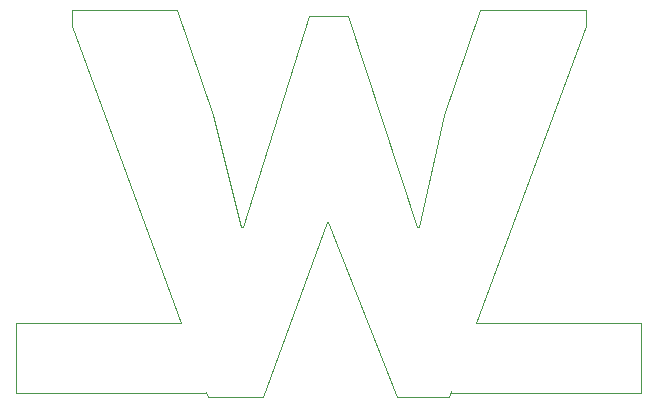
<source format=gm1>
G04 #@! TF.FileFunction,Profile,NP*
%FSLAX46Y46*%
G04 Gerber Fmt 4.6, Leading zero omitted, Abs format (unit mm)*
G04 Created by KiCad (PCBNEW 4.0.0-rc2-stable) date 3/3/2016 3:48:47 PM*
%MOMM*%
G01*
G04 APERTURE LIST*
%ADD10C,0.150000*%
%ADD11C,0.100000*%
G04 APERTURE END LIST*
D10*
D11*
X78900000Y-51430000D02*
X73060000Y-36660000D01*
X73060000Y-36660000D02*
X72970000Y-36660000D01*
X72970000Y-36660000D02*
X67550000Y-51430000D01*
X67550000Y-51430000D02*
X62870000Y-51430000D01*
X62870000Y-51430000D02*
X62730000Y-51060000D01*
X62730000Y-51060000D02*
X62730000Y-51150000D01*
X62730000Y-51150000D02*
X46630000Y-51150000D01*
X46630000Y-51150000D02*
X46630000Y-45150000D01*
X46630000Y-45150000D02*
X60560000Y-45150000D01*
X60560000Y-45150000D02*
X51330000Y-20020000D01*
X51330000Y-20020000D02*
X51330000Y-18720000D01*
X51330000Y-18720000D02*
X51330000Y-18720000D01*
X51330000Y-18720000D02*
X60230000Y-18720000D01*
X60230000Y-18720000D02*
X63290000Y-27570000D01*
X63290000Y-27570000D02*
X65700000Y-37020000D01*
X65700000Y-37020000D02*
X65830000Y-37020000D01*
X65830000Y-37020000D02*
X71390000Y-19230000D01*
X71390000Y-19230000D02*
X74730000Y-19230000D01*
X74730000Y-19230000D02*
X80570000Y-37020000D01*
X80570000Y-37020000D02*
X80710000Y-37020000D01*
X80710000Y-37020000D02*
X82840000Y-27570000D01*
X82840000Y-27570000D02*
X85890000Y-18720000D01*
X85890000Y-18720000D02*
X94840000Y-18720000D01*
X94840000Y-18720000D02*
X94840000Y-18720000D01*
X94840000Y-18720000D02*
X94840000Y-20020000D01*
X94840000Y-20020000D02*
X85570000Y-45150000D01*
X85570000Y-45150000D02*
X99540000Y-45150000D01*
X99540000Y-45150000D02*
X99540000Y-51150000D01*
X99540000Y-51150000D02*
X83440000Y-51150000D01*
X83440000Y-51150000D02*
X83440000Y-50940000D01*
X83440000Y-50940000D02*
X83260000Y-51430000D01*
X83260000Y-51430000D02*
X78900000Y-51430000D01*
X78900000Y-51430000D02*
X78900000Y-51430000D01*
X78900000Y-51430000D02*
X78900000Y-51430000D01*
M02*

</source>
